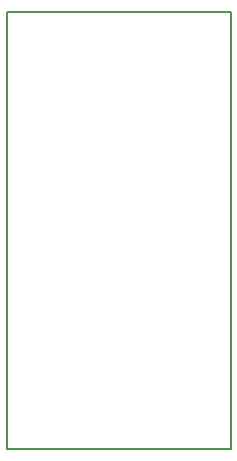
<source format=gm1>
%TF.GenerationSoftware,KiCad,Pcbnew,(6.0.1)*%
%TF.CreationDate,2022-01-21T00:47:32+01:00*%
%TF.ProjectId,bosch-kf163-diode-pll,626f7363-682d-46b6-9631-36332d64696f,2*%
%TF.SameCoordinates,Original*%
%TF.FileFunction,Profile,NP*%
%FSLAX46Y46*%
G04 Gerber Fmt 4.6, Leading zero omitted, Abs format (unit mm)*
G04 Created by KiCad (PCBNEW (6.0.1)) date 2022-01-21 00:47:32*
%MOMM*%
%LPD*%
G01*
G04 APERTURE LIST*
%TA.AperFunction,Profile*%
%ADD10C,0.150000*%
%TD*%
G04 APERTURE END LIST*
D10*
X135230000Y-101030000D02*
X135230000Y-64030000D01*
X116230000Y-101030000D02*
X135230000Y-101030000D01*
X116230000Y-64030000D02*
X116230000Y-101030000D01*
X135230000Y-64030000D02*
X116230000Y-64030000D01*
M02*

</source>
